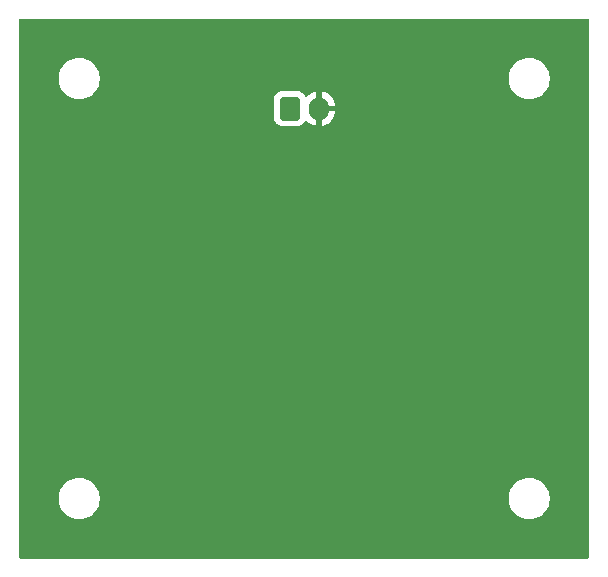
<source format=gbr>
%TF.GenerationSoftware,KiCad,Pcbnew,7.0.8*%
%TF.CreationDate,2023-10-19T22:14:58-07:00*%
%TF.ProjectId,Lab 2,4c616220-322e-46b6-9963-61645f706362,rev?*%
%TF.SameCoordinates,Original*%
%TF.FileFunction,Copper,L2,Bot*%
%TF.FilePolarity,Positive*%
%FSLAX46Y46*%
G04 Gerber Fmt 4.6, Leading zero omitted, Abs format (unit mm)*
G04 Created by KiCad (PCBNEW 7.0.8) date 2023-10-19 22:14:58*
%MOMM*%
%LPD*%
G01*
G04 APERTURE LIST*
G04 Aperture macros list*
%AMRoundRect*
0 Rectangle with rounded corners*
0 $1 Rounding radius*
0 $2 $3 $4 $5 $6 $7 $8 $9 X,Y pos of 4 corners*
0 Add a 4 corners polygon primitive as box body*
4,1,4,$2,$3,$4,$5,$6,$7,$8,$9,$2,$3,0*
0 Add four circle primitives for the rounded corners*
1,1,$1+$1,$2,$3*
1,1,$1+$1,$4,$5*
1,1,$1+$1,$6,$7*
1,1,$1+$1,$8,$9*
0 Add four rect primitives between the rounded corners*
20,1,$1+$1,$2,$3,$4,$5,0*
20,1,$1+$1,$4,$5,$6,$7,0*
20,1,$1+$1,$6,$7,$8,$9,0*
20,1,$1+$1,$8,$9,$2,$3,0*%
G04 Aperture macros list end*
%TA.AperFunction,ComponentPad*%
%ADD10RoundRect,0.250000X-0.600000X-0.750000X0.600000X-0.750000X0.600000X0.750000X-0.600000X0.750000X0*%
%TD*%
%TA.AperFunction,ComponentPad*%
%ADD11O,1.700000X2.000000*%
%TD*%
%TA.AperFunction,ViaPad*%
%ADD12C,0.800000*%
%TD*%
G04 APERTURE END LIST*
D10*
%TO.P,J1,1,Pin_1*%
%TO.N,+9V*%
X94020000Y-73660000D03*
D11*
%TO.P,J1,2,Pin_2*%
%TO.N,GND*%
X96520000Y-73660000D03*
%TD*%
D12*
%TO.N,GND*%
X78740000Y-96520000D03*
X81280000Y-101600000D03*
X77637500Y-91440000D03*
X96520000Y-93980000D03*
X96520000Y-76200000D03*
%TD*%
%TA.AperFunction,Conductor*%
%TO.N,GND*%
G36*
X119322539Y-66060185D02*
G01*
X119368294Y-66112989D01*
X119379500Y-66164500D01*
X119379500Y-111635500D01*
X119359815Y-111702539D01*
X119307011Y-111748294D01*
X119255500Y-111759500D01*
X71244500Y-111759500D01*
X71177461Y-111739815D01*
X71131706Y-111687011D01*
X71120500Y-111635500D01*
X71120500Y-106811187D01*
X74449500Y-106811187D01*
X74469794Y-106945823D01*
X74488604Y-107070615D01*
X74488605Y-107070617D01*
X74488606Y-107070623D01*
X74565938Y-107321326D01*
X74679767Y-107557696D01*
X74679768Y-107557697D01*
X74679770Y-107557700D01*
X74679772Y-107557704D01*
X74827567Y-107774479D01*
X75006014Y-107966801D01*
X75006018Y-107966804D01*
X75006019Y-107966805D01*
X75211143Y-108130386D01*
X75438357Y-108261568D01*
X75682584Y-108357420D01*
X75938370Y-108415802D01*
X75938376Y-108415802D01*
X75938379Y-108415803D01*
X76134500Y-108430500D01*
X76134506Y-108430500D01*
X76265500Y-108430500D01*
X76461620Y-108415803D01*
X76461622Y-108415802D01*
X76461630Y-108415802D01*
X76717416Y-108357420D01*
X76961643Y-108261568D01*
X77188857Y-108130386D01*
X77393981Y-107966805D01*
X77572433Y-107774479D01*
X77720228Y-107557704D01*
X77834063Y-107321323D01*
X77911396Y-107070615D01*
X77950499Y-106811187D01*
X112549500Y-106811187D01*
X112569794Y-106945823D01*
X112588604Y-107070615D01*
X112588605Y-107070617D01*
X112588606Y-107070623D01*
X112665938Y-107321326D01*
X112779767Y-107557696D01*
X112779768Y-107557697D01*
X112779770Y-107557700D01*
X112779772Y-107557704D01*
X112927567Y-107774479D01*
X113106014Y-107966801D01*
X113106018Y-107966804D01*
X113106019Y-107966805D01*
X113311143Y-108130386D01*
X113538357Y-108261568D01*
X113782584Y-108357420D01*
X114038370Y-108415802D01*
X114038376Y-108415802D01*
X114038379Y-108415803D01*
X114234500Y-108430500D01*
X114234506Y-108430500D01*
X114365500Y-108430500D01*
X114561620Y-108415803D01*
X114561622Y-108415802D01*
X114561630Y-108415802D01*
X114817416Y-108357420D01*
X115061643Y-108261568D01*
X115288857Y-108130386D01*
X115493981Y-107966805D01*
X115672433Y-107774479D01*
X115820228Y-107557704D01*
X115934063Y-107321323D01*
X116011396Y-107070615D01*
X116050500Y-106811182D01*
X116050500Y-106548818D01*
X116011396Y-106289385D01*
X115934063Y-106038677D01*
X115922121Y-106013880D01*
X115820232Y-105802303D01*
X115820231Y-105802302D01*
X115820230Y-105802301D01*
X115820228Y-105802296D01*
X115672433Y-105585521D01*
X115662441Y-105574753D01*
X115493985Y-105393198D01*
X115454533Y-105361736D01*
X115288857Y-105229614D01*
X115061643Y-105098432D01*
X114817416Y-105002580D01*
X114817411Y-105002578D01*
X114817402Y-105002576D01*
X114599818Y-104952914D01*
X114561630Y-104944198D01*
X114561629Y-104944197D01*
X114561625Y-104944197D01*
X114561620Y-104944196D01*
X114365500Y-104929500D01*
X114365494Y-104929500D01*
X114234506Y-104929500D01*
X114234500Y-104929500D01*
X114038379Y-104944196D01*
X114038374Y-104944197D01*
X113782597Y-105002576D01*
X113782578Y-105002582D01*
X113538356Y-105098432D01*
X113311143Y-105229614D01*
X113106014Y-105393198D01*
X112927567Y-105585520D01*
X112779768Y-105802302D01*
X112779767Y-105802303D01*
X112665938Y-106038673D01*
X112588606Y-106289376D01*
X112588605Y-106289381D01*
X112588604Y-106289385D01*
X112573853Y-106387247D01*
X112549500Y-106548812D01*
X112549500Y-106811187D01*
X77950499Y-106811187D01*
X77950500Y-106811182D01*
X77950500Y-106548818D01*
X77911396Y-106289385D01*
X77834063Y-106038677D01*
X77822121Y-106013880D01*
X77720232Y-105802303D01*
X77720231Y-105802302D01*
X77720230Y-105802301D01*
X77720228Y-105802296D01*
X77572433Y-105585521D01*
X77562441Y-105574753D01*
X77393985Y-105393198D01*
X77354533Y-105361736D01*
X77188857Y-105229614D01*
X76961643Y-105098432D01*
X76717416Y-105002580D01*
X76717411Y-105002578D01*
X76717402Y-105002576D01*
X76499818Y-104952914D01*
X76461630Y-104944198D01*
X76461629Y-104944197D01*
X76461625Y-104944197D01*
X76461620Y-104944196D01*
X76265500Y-104929500D01*
X76265494Y-104929500D01*
X76134506Y-104929500D01*
X76134500Y-104929500D01*
X75938379Y-104944196D01*
X75938374Y-104944197D01*
X75682597Y-105002576D01*
X75682578Y-105002582D01*
X75438356Y-105098432D01*
X75211143Y-105229614D01*
X75006014Y-105393198D01*
X74827567Y-105585520D01*
X74679768Y-105802302D01*
X74679767Y-105802303D01*
X74565938Y-106038673D01*
X74488606Y-106289376D01*
X74488605Y-106289381D01*
X74488604Y-106289385D01*
X74473853Y-106387247D01*
X74449500Y-106548812D01*
X74449500Y-106811187D01*
X71120500Y-106811187D01*
X71120500Y-74460001D01*
X92669500Y-74460001D01*
X92669501Y-74460018D01*
X92680000Y-74562796D01*
X92680001Y-74562799D01*
X92714031Y-74665494D01*
X92735186Y-74729334D01*
X92827288Y-74878656D01*
X92951344Y-75002712D01*
X93100666Y-75094814D01*
X93267203Y-75149999D01*
X93369991Y-75160500D01*
X94670008Y-75160499D01*
X94772797Y-75149999D01*
X94939334Y-75094814D01*
X95088656Y-75002712D01*
X95212712Y-74878656D01*
X95304814Y-74729334D01*
X95304814Y-74729333D01*
X95308448Y-74723442D01*
X95360396Y-74676717D01*
X95429358Y-74665494D01*
X95493441Y-74693337D01*
X95501668Y-74700856D01*
X95648921Y-74848108D01*
X95842421Y-74983600D01*
X96056507Y-75083429D01*
X96056516Y-75083433D01*
X96270000Y-75140634D01*
X96270000Y-74095501D01*
X96377685Y-74144680D01*
X96484237Y-74160000D01*
X96555763Y-74160000D01*
X96662315Y-74144680D01*
X96770000Y-74095501D01*
X96770000Y-75140633D01*
X96983483Y-75083433D01*
X96983492Y-75083429D01*
X97197577Y-74983600D01*
X97197579Y-74983599D01*
X97391073Y-74848113D01*
X97391079Y-74848108D01*
X97558108Y-74681079D01*
X97558113Y-74681073D01*
X97693599Y-74487579D01*
X97693600Y-74487577D01*
X97793429Y-74273492D01*
X97793433Y-74273483D01*
X97854567Y-74045326D01*
X97854569Y-74045315D01*
X97866407Y-73910000D01*
X96953686Y-73910000D01*
X96979493Y-73869844D01*
X97020000Y-73731889D01*
X97020000Y-73588111D01*
X96979493Y-73450156D01*
X96953686Y-73410000D01*
X97866407Y-73410000D01*
X97866407Y-73409999D01*
X97854569Y-73274684D01*
X97854567Y-73274673D01*
X97793433Y-73046516D01*
X97793429Y-73046507D01*
X97693600Y-72832422D01*
X97693599Y-72832420D01*
X97558113Y-72638926D01*
X97558108Y-72638920D01*
X97391082Y-72471894D01*
X97197578Y-72336399D01*
X96983492Y-72236570D01*
X96983486Y-72236567D01*
X96770000Y-72179364D01*
X96770000Y-73224498D01*
X96662315Y-73175320D01*
X96555763Y-73160000D01*
X96484237Y-73160000D01*
X96377685Y-73175320D01*
X96270000Y-73224498D01*
X96270000Y-72179364D01*
X96269999Y-72179364D01*
X96056513Y-72236567D01*
X96056507Y-72236570D01*
X95842422Y-72336399D01*
X95842420Y-72336400D01*
X95648926Y-72471886D01*
X95501668Y-72619144D01*
X95440345Y-72652628D01*
X95370653Y-72647644D01*
X95314720Y-72605772D01*
X95308448Y-72596558D01*
X95292304Y-72570385D01*
X95212712Y-72441344D01*
X95088656Y-72317288D01*
X94939334Y-72225186D01*
X94772797Y-72170001D01*
X94772795Y-72170000D01*
X94670010Y-72159500D01*
X93369998Y-72159500D01*
X93369981Y-72159501D01*
X93267203Y-72170000D01*
X93267200Y-72170001D01*
X93100668Y-72225185D01*
X93100663Y-72225187D01*
X92951342Y-72317289D01*
X92827289Y-72441342D01*
X92735187Y-72590663D01*
X92735185Y-72590668D01*
X92730180Y-72605772D01*
X92680001Y-72757203D01*
X92680001Y-72757204D01*
X92680000Y-72757204D01*
X92669500Y-72859983D01*
X92669500Y-74460001D01*
X71120500Y-74460001D01*
X71120500Y-71251187D01*
X74449500Y-71251187D01*
X74469794Y-71385823D01*
X74488604Y-71510615D01*
X74488605Y-71510617D01*
X74488606Y-71510623D01*
X74565938Y-71761326D01*
X74679767Y-71997696D01*
X74679768Y-71997697D01*
X74679770Y-71997700D01*
X74679772Y-71997704D01*
X74803626Y-72179364D01*
X74827567Y-72214479D01*
X75006014Y-72406801D01*
X75006018Y-72406804D01*
X75006019Y-72406805D01*
X75211143Y-72570386D01*
X75438357Y-72701568D01*
X75682584Y-72797420D01*
X75938370Y-72855802D01*
X75938376Y-72855802D01*
X75938379Y-72855803D01*
X76134500Y-72870500D01*
X76134506Y-72870500D01*
X76265500Y-72870500D01*
X76461620Y-72855803D01*
X76461622Y-72855802D01*
X76461630Y-72855802D01*
X76717416Y-72797420D01*
X76961643Y-72701568D01*
X77188857Y-72570386D01*
X77393981Y-72406805D01*
X77572433Y-72214479D01*
X77720228Y-71997704D01*
X77834063Y-71761323D01*
X77911396Y-71510615D01*
X77950499Y-71251187D01*
X112549500Y-71251187D01*
X112569794Y-71385823D01*
X112588604Y-71510615D01*
X112588605Y-71510617D01*
X112588606Y-71510623D01*
X112665938Y-71761326D01*
X112779767Y-71997696D01*
X112779768Y-71997697D01*
X112779770Y-71997700D01*
X112779772Y-71997704D01*
X112903626Y-72179364D01*
X112927567Y-72214479D01*
X113106014Y-72406801D01*
X113106018Y-72406804D01*
X113106019Y-72406805D01*
X113311143Y-72570386D01*
X113538357Y-72701568D01*
X113782584Y-72797420D01*
X114038370Y-72855802D01*
X114038376Y-72855802D01*
X114038379Y-72855803D01*
X114234500Y-72870500D01*
X114234506Y-72870500D01*
X114365500Y-72870500D01*
X114561620Y-72855803D01*
X114561622Y-72855802D01*
X114561630Y-72855802D01*
X114817416Y-72797420D01*
X115061643Y-72701568D01*
X115288857Y-72570386D01*
X115493981Y-72406805D01*
X115672433Y-72214479D01*
X115820228Y-71997704D01*
X115934063Y-71761323D01*
X116011396Y-71510615D01*
X116050500Y-71251182D01*
X116050500Y-70988818D01*
X116011396Y-70729385D01*
X115934063Y-70478677D01*
X115922121Y-70453880D01*
X115820232Y-70242303D01*
X115820231Y-70242302D01*
X115820230Y-70242301D01*
X115820228Y-70242296D01*
X115672433Y-70025521D01*
X115662441Y-70014753D01*
X115493985Y-69833198D01*
X115454533Y-69801736D01*
X115288857Y-69669614D01*
X115061643Y-69538432D01*
X114817416Y-69442580D01*
X114817411Y-69442578D01*
X114817402Y-69442576D01*
X114599818Y-69392914D01*
X114561630Y-69384198D01*
X114561629Y-69384197D01*
X114561625Y-69384197D01*
X114561620Y-69384196D01*
X114365500Y-69369500D01*
X114365494Y-69369500D01*
X114234506Y-69369500D01*
X114234500Y-69369500D01*
X114038379Y-69384196D01*
X114038374Y-69384197D01*
X113782597Y-69442576D01*
X113782578Y-69442582D01*
X113538356Y-69538432D01*
X113311143Y-69669614D01*
X113106014Y-69833198D01*
X112927567Y-70025520D01*
X112779768Y-70242302D01*
X112779767Y-70242303D01*
X112665938Y-70478673D01*
X112588606Y-70729376D01*
X112588605Y-70729381D01*
X112588604Y-70729385D01*
X112573853Y-70827247D01*
X112549500Y-70988812D01*
X112549500Y-71251187D01*
X77950499Y-71251187D01*
X77950500Y-71251182D01*
X77950500Y-70988818D01*
X77911396Y-70729385D01*
X77834063Y-70478677D01*
X77822121Y-70453880D01*
X77720232Y-70242303D01*
X77720231Y-70242302D01*
X77720230Y-70242301D01*
X77720228Y-70242296D01*
X77572433Y-70025521D01*
X77562441Y-70014753D01*
X77393985Y-69833198D01*
X77354533Y-69801736D01*
X77188857Y-69669614D01*
X76961643Y-69538432D01*
X76717416Y-69442580D01*
X76717411Y-69442578D01*
X76717402Y-69442576D01*
X76499818Y-69392914D01*
X76461630Y-69384198D01*
X76461629Y-69384197D01*
X76461625Y-69384197D01*
X76461620Y-69384196D01*
X76265500Y-69369500D01*
X76265494Y-69369500D01*
X76134506Y-69369500D01*
X76134500Y-69369500D01*
X75938379Y-69384196D01*
X75938374Y-69384197D01*
X75682597Y-69442576D01*
X75682578Y-69442582D01*
X75438356Y-69538432D01*
X75211143Y-69669614D01*
X75006014Y-69833198D01*
X74827567Y-70025520D01*
X74679768Y-70242302D01*
X74679767Y-70242303D01*
X74565938Y-70478673D01*
X74488606Y-70729376D01*
X74488605Y-70729381D01*
X74488604Y-70729385D01*
X74473853Y-70827247D01*
X74449500Y-70988812D01*
X74449500Y-71251187D01*
X71120500Y-71251187D01*
X71120500Y-66164500D01*
X71140185Y-66097461D01*
X71192989Y-66051706D01*
X71244500Y-66040500D01*
X119255500Y-66040500D01*
X119322539Y-66060185D01*
G37*
%TD.AperFunction*%
%TD*%
M02*

</source>
